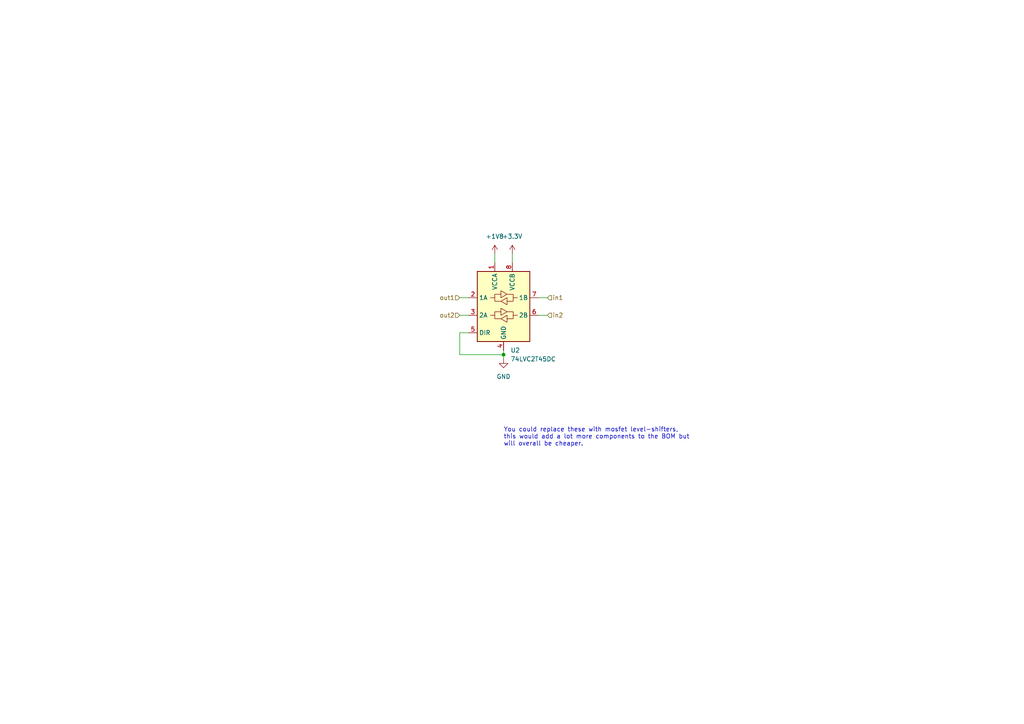
<source format=kicad_sch>
(kicad_sch (version 20211123) (generator eeschema)
  (paper "A4")
  (lib_symbols
    (symbol "Logic_LevelTranslator:74LVC2T45DC"
      (property "Reference" "U" (at 6.35 -11.43 0))
      (property "Value" "74LVC2T45DC" (at 10.16 11.43 0))
      (symbol "74LVC2T45DC_1_1"
        (rectangle (start -7.62 10.16) (end 7.62 -10.16) (stroke (width 0.254)) (fill (type background)))
        (polyline (pts (xy -2.54 -2.54) (xy -2.54 -1.524) (xy -0.762 -1.524)))
        (polyline (pts (xy -2.54 2.54) (xy -2.54 3.556) (xy -0.762 3.556)))
        (polyline (pts (xy 2.794 -2.54) (xy 2.794 -3.556) (xy 1.016 -3.556)))
        (polyline (pts (xy 2.794 2.54) (xy 2.794 1.524) (xy 1.016 1.524)))
        (polyline (pts (xy -0.762 -3.556) (xy -2.54 -3.556) (xy -2.54 -2.54) (xy -3.81 -2.54)))
        (polyline (pts (xy -0.762 -2.54) (xy -0.762 -0.508) (xy 1.016 -1.524) (xy -0.762 -2.54)))
        (polyline (pts (xy -0.762 1.524) (xy -2.54 1.524) (xy -2.54 2.54) (xy -3.81 2.54)))
        (polyline (pts (xy -0.762 2.54) (xy -0.762 4.572) (xy 1.016 3.556) (xy -0.762 2.54)))
        (polyline (pts (xy 1.016 -1.524) (xy 2.794 -1.524) (xy 2.794 -2.54) (xy 4.064 -2.54)))
        (polyline (pts (xy 1.016 3.556) (xy 2.794 3.556) (xy 2.794 2.54) (xy 4.064 2.54)))
        (polyline (pts (xy 1.016 -2.54) (xy 1.016 -4.318) (xy 1.016 -4.572) (xy -0.762 -3.556) (xy 1.016 -2.54)))
        (polyline (pts (xy 1.016 2.54) (xy 1.016 0.762) (xy 1.016 0.508) (xy -0.762 1.524) (xy 1.016 2.54)))
        (pin power_in line (at -2.54 12.7 270) (length 2.54) (name "VCCA") (number "1"))
        (pin bidirectional line (at -10.16 2.54 0) (length 2.54) (name "1A") (number "2"))
        (pin bidirectional line (at -10.16 -2.54 0) (length 2.54) (name "2A") (number "3"))
        (pin power_in line (at 0 -12.7 90) (length 2.54) (name "GND") (number "4"))
        (pin input line (at -10.16 -7.62 0) (length 2.54) (name "DIR") (number "5"))
        (pin bidirectional line (at 10.16 -2.54 180) (length 2.54) (name "2B") (number "6"))
        (pin bidirectional line (at 10.16 2.54 180) (length 2.54) (name "1B") (number "7"))
        (pin power_in line (at 2.54 12.7 270) (length 2.54) (name "VCCB") (number "8"))
      )
    )
    (symbol "power:+1V8" (power) (pin_names (offset 0))
      (property "Value" "+1V8" (at 0 3.556 0))
      (symbol "+1V8_0_1"
        (polyline (pts (xy -0.762 1.27) (xy 0 2.54)))
        (polyline (pts (xy 0 0) (xy 0 2.54)))
        (polyline (pts (xy 0 2.54) (xy 0.762 1.27)))
      )
      (symbol "+1V8_1_1"
        (pin power_in line (at 0 0 90) (length 0) hide (name "+1V8") (number "1"))
      )
    )
    (symbol "power:+3.3V" (power) (pin_names (offset 0))
      (property "Value" "+3.3V" (at 0 3.556 0))
      (symbol "+3.3V_0_1"
        (polyline (pts (xy -0.762 1.27) (xy 0 2.54)))
        (polyline (pts (xy 0 0) (xy 0 2.54)))
        (polyline (pts (xy 0 2.54) (xy 0.762 1.27)))
      )
      (symbol "+3.3V_1_1"
        (pin power_in line (at 0 0 90) (length 0) hide (name "+3.3V") (number "1"))
      )
    )
    (symbol "power:GND" (power) (pin_names (offset 0))
      (property "Value" "GND" (at 0 -3.81 0))
      (symbol "GND_0_1"
        (polyline (pts (xy 0 0) (xy 0 -1.27) (xy 1.27 -1.27) (xy 0 -2.54) (xy -1.27 -1.27) (xy 0 -1.27)))
      )
      (symbol "GND_1_1"
        (pin power_in line (at 0 0 270) (length 0) hide (name "GND") (number "1"))
      )
    )
  )
  (junction (at 146.05 102.87))
  (wire (pts (xy 146.05 102.87) (xy 146.05 104.14)))
  (wire (pts (xy 133.35 102.87) (xy 146.05 102.87)))
  (wire (pts (xy 143.51 73.66) (xy 143.51 76.2)))
  (wire (pts (xy 133.35 86.36) (xy 135.89 86.36)))
  (wire (pts (xy 148.59 73.66) (xy 148.59 76.2)))
  (wire (pts (xy 156.21 86.36) (xy 158.75 86.36)))
  (wire (pts (xy 135.89 96.52) (xy 133.35 96.52)))
  (wire (pts (xy 146.05 101.6) (xy 146.05 102.87)))
  (wire (pts (xy 156.21 91.44) (xy 158.75 91.44)))
  (wire (pts (xy 133.35 91.44) (xy 135.89 91.44)))
  (wire (pts (xy 133.35 96.52) (xy 133.35 102.87)))
  (text "You could replace these with mosfet level-shifters,\nthis would add a lot more components to the BOM but\nwill overall be cheaper." (at 146.05 129.54 0) (effects (font (size 1.27 1.27)) (justify left bottom)))
  (hierarchical_label "in2" (shape input) (at 158.75 91.44 0))
  (hierarchical_label "out2" (shape input) (at 133.35 91.44 180))
  (hierarchical_label "out1" (shape input) (at 133.35 86.36 180))
  (hierarchical_label "in1" (shape input) (at 158.75 86.36 0))
  (symbol (lib_id "power:+1V8") (at 143.51 73.66 0) (unit 1)
    (property "Reference" "#PWR0111" (effects hide))
    (property "Value" "+1V8" (at 143.51 68.58 0))
  )
  (symbol (lib_id "Logic_LevelTranslator:74LVC2T45DC") (at 146.05 88.9 0) (unit 1)
    (property "Reference" "U2" (at 148.0694 101.6 0) (effects (justify left)))
    (property "Value" "74LVC2T45DC" (at 148.0694 104.14 0) (effects (justify left)))
    (property "Footprint" "Package_SO:VSSOP-8_2.3x2mm_P0.5mm" (effects hide))
    (property "Datasheet" "https://assets.nexperia.com/documents/data-sheet/74LVC_LVCH2T45.pdf" (effects hide))
  )
  (symbol (lib_id "power:+3.3V") (at 148.59 73.66 0) (unit 1)
    (property "Reference" "#PWR0110" (effects hide))
    (property "Value" "+3.3V" (at 148.59 68.58 0))
  )
  (symbol (lib_id "power:GND") (at 146.05 104.14 0) (unit 1)
    (property "Reference" "#PWR0109" (effects hide))
    (property "Value" "GND" (at 146.05 109.22 0))
  )
)
</source>
